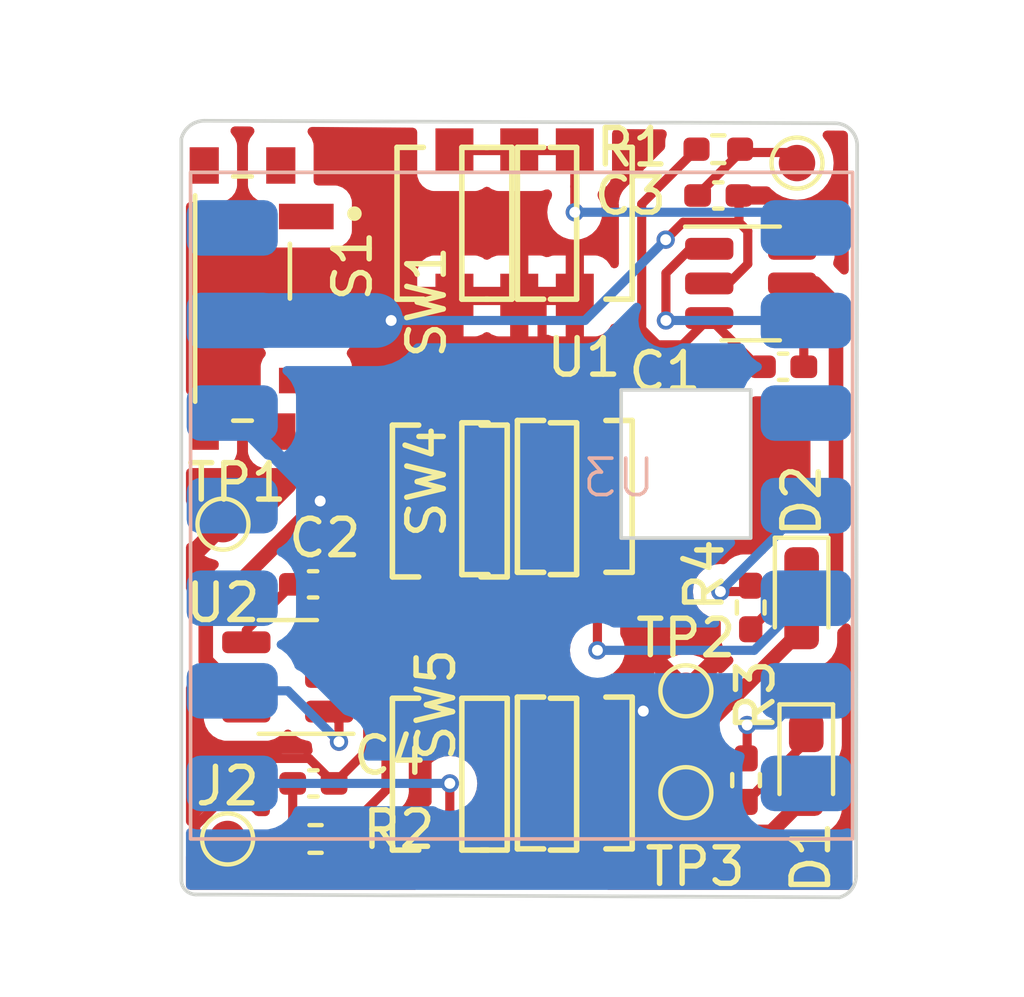
<source format=kicad_pcb>
(kicad_pcb (version 20221018) (generator pcbnew)
  (layers (0 "F.Cu" signal) (31 "B.Cu" signal) (34 "B.Paste" user) (35 "F.Paste" user) (36 "B.SilkS" user "B.Silkscreen") (37 "F.SilkS" user "F.Silkscreen") (38 "B.Mask" user) (39 "F.Mask" user) (44 "Edge.Cuts" user))
  (net 0 "")
  (net 1 "Net-(U2-SNSK)")
  (net 2 "Net-(U2-SNS)")
  (net 3 "Net-(J1-Pin_1)")
  (net 4 "GND")
  (net 5 "Net-(U1-SNSK)")
  (net 6 "Net-(U1-SNS)")
  (net 7 "/but1")
  (net 8 "/but2")
  (net 9 "/mouse_act")
  (net 10 "VDD")
  (net 11 "/keyb_act")
  (net 14 "Net-(J2-Pin_1)")
  (net 18 "/but3")
  (net 24 "/led")
  (net 25 "Net-(D1-K)")
  (net 26 "Net-(D2-K)")
  (net 27 "/led1")
  (footprint "TestPoint:TestPoint_Pad_D1.0mm" (layer "F.Cu") (at 103.886 53.848)
    (fp_text reference "TP1" (at 0.381 -1.143) (layer "F.SilkS"))
    (fp_text value "TestPoint")
    (fp_circle (center 0 0) (end 0 0.7) (stroke (width 0.12)) (fill none) (layer "F.SilkS"))
    (pad "1" smd circle (at 0 0) (size 1 1) (layers "F.Cu" "F.Mask") (net 4 "GND"))
  )
  (footprint "push3x4.5:SW_F160QG_EWI" (layer "F.Cu") (at 112.014 60.706 90)
    (fp_text reference "SW5" (at 1.905 -2.286 90 unlocked) (layer "F.SilkS"))
    (fp_text value "TL1015AF160QG")
    (fp_line (start -2.0828 -1.5748) (end -2.0828 -0.85344) (stroke (width 0.1524)) (layer "F.SilkS"))
    (fp_line (start -2.0828 0.85344) (end -2.0828 1.5748) (stroke (width 0.1524)) (layer "F.SilkS"))
    (fp_line (start -2.0828 1.5748) (end 2.0828 1.5748) (stroke (width 0.1524)) (layer "F.SilkS"))
    (fp_line (start 2.0828 -1.5748) (end -2.0828 -1.5748) (stroke (width 0.1524)) (layer "F.SilkS"))
    (fp_line (start 2.0828 -0.85344) (end 2.0828 -1.5748) (stroke (width 0.1524)) (layer "F.SilkS"))
    (fp_line (start 2.0828 1.5748) (end 2.0828 0.85344) (stroke (width 0.1524)) (layer "F.SilkS"))
    (pad "1" smd rect (at -1.9939 0 90) (size 1.2192 1.0414) (layers "F.Cu" "F.Paste" "F.Mask") (net 18 "/but3"))
    (pad "2" smd rect (at 1.9939 0 90) (size 1.2192 1.0414) (layers "F.Cu" "F.Paste" "F.Mask") (net 4 "GND"))
  )
  (footprint "Capacitor_SMD:C_0402_1005Metric_Pad0.74x0.62mm_HandSolder" (layer "F.Cu") (at 106.3585 55.499 180)
    (fp_text reference "C2" (at -0.3215 1.27) (layer "F.SilkS"))
    (fp_text value "Cs")
    (fp_line (start -0.115835 -0.36) (end 0.115835 -0.36) (stroke (width 0.12)) (layer "F.SilkS"))
    (fp_line (start -0.115835 0.36) (end 0.115835 0.36) (stroke (width 0.12)) (layer "F.SilkS"))
    (pad "1" smd roundrect (at -0.5675 0 180) (size 0.735 0.62) (layers "F.Cu" "F.Paste" "F.Mask") (net 1 "Net-(U2-SNSK)"))
    (pad "2" smd roundrect (at 0.5675 0 180) (size 0.735 0.62) (layers "F.Cu" "F.Paste" "F.Mask") (net 2 "Net-(U2-SNS)"))
  )
  (footprint "Capacitor_SMD:C_0402_1005Metric_Pad0.74x0.62mm_HandSolder" (layer "F.Cu") (at 106.3665 60.96)
    (fp_text reference "C4" (at 2.0915 -0.762) (layer "F.SilkS"))
    (fp_text value "Cx")
    (fp_line (start -0.115835 -0.36) (end 0.115835 -0.36) (stroke (width 0.12)) (layer "F.SilkS"))
    (fp_line (start -0.115835 0.36) (end 0.115835 0.36) (stroke (width 0.12)) (layer "F.SilkS"))
    (pad "1" smd roundrect (at -0.5675 0) (size 0.735 0.62) (layers "F.Cu" "F.Paste" "F.Mask") (net 14 "Net-(J2-Pin_1)"))
    (pad "2" smd roundrect (at 0.5675 0) (size 0.735 0.62) (layers "F.Cu" "F.Paste" "F.Mask") (net 4 "GND"))
  )
  (footprint "push3x4.5:SW_F160QG_EWI" (layer "F.Cu") (at 110.236 45.593 -90)
    (fp_text reference "SW3" hide)
    (fp_text value "TL1015AF160QG")
    (fp_line (start -2.0828 -1.5748) (end -2.0828 -0.85344) (stroke (width 0.1524)) (layer "F.SilkS"))
    (fp_line (start -2.0828 0.85344) (end -2.0828 1.5748) (stroke (width 0.1524)) (layer "F.SilkS"))
    (fp_line (start -2.0828 1.5748) (end 2.0828 1.5748) (stroke (width 0.1524)) (layer "F.SilkS"))
    (fp_line (start 2.0828 -1.5748) (end -2.0828 -1.5748) (stroke (width 0.1524)) (layer "F.SilkS"))
    (fp_line (start 2.0828 -0.85344) (end 2.0828 -1.5748) (stroke (width 0.1524)) (layer "F.SilkS"))
    (fp_line (start 2.0828 1.5748) (end 2.0828 0.85344) (stroke (width 0.1524)) (layer "F.SilkS"))
    (pad "1" smd rect (at -1.9939 0 270) (size 1.2192 1.0414) (layers "F.Cu" "F.Paste" "F.Mask") (net 7 "/but1"))
    (pad "2" smd rect (at 1.9939 0 270) (size 1.2192 1.0414) (layers "F.Cu" "F.Paste" "F.Mask") (net 4 "GND"))
  )
  (footprint "push3x4.5:SW_F160QG_EWI" (layer "F.Cu") (at 112.014 53.1495 90)
    (fp_text reference "SW4" (at 0.4699 -2.54 90 unlocked) (layer "F.SilkS"))
    (fp_text value "TL1015AF160QG")
    (fp_line (start -2.0828 -1.5748) (end -2.0828 -0.85344) (stroke (width 0.1524)) (layer "F.SilkS"))
    (fp_line (start -2.0828 0.85344) (end -2.0828 1.5748) (stroke (width 0.1524)) (layer "F.SilkS"))
    (fp_line (start -2.0828 1.5748) (end 2.0828 1.5748) (stroke (width 0.1524)) (layer "F.SilkS"))
    (fp_line (start 2.0828 -1.5748) (end -2.0828 -1.5748) (stroke (width 0.1524)) (layer "F.SilkS"))
    (fp_line (start 2.0828 -0.85344) (end 2.0828 -1.5748) (stroke (width 0.1524)) (layer "F.SilkS"))
    (fp_line (start 2.0828 1.5748) (end 2.0828 0.85344) (stroke (width 0.1524)) (layer "F.SilkS"))
    (pad "1" smd rect (at -1.9939 0 90) (size 1.2192 1.0414) (layers "F.Cu" "F.Paste" "F.Mask") (net 8 "/but2"))
    (pad "2" smd rect (at 1.9939 0 90) (size 1.2192 1.0414) (layers "F.Cu" "F.Paste" "F.Mask") (net 4 "GND"))
  )
  (footprint "push3x4.5:SW_F160QG_EWI" (layer "F.Cu") (at 112.014 45.593 -90)
    (fp_text reference "SW1" (at 2.159 2.54 -270 unlocked) (layer "F.SilkS"))
    (fp_text value "TL1015AF160QG")
    (fp_line (start -2.0828 -1.5748) (end -2.0828 -0.85344) (stroke (width 0.1524)) (layer "F.SilkS"))
    (fp_line (start -2.0828 0.85344) (end -2.0828 1.5748) (stroke (width 0.1524)) (layer "F.SilkS"))
    (fp_line (start -2.0828 1.5748) (end 2.0828 1.5748) (stroke (width 0.1524)) (layer "F.SilkS"))
    (fp_line (start 2.0828 -1.5748) (end -2.0828 -1.5748) (stroke (width 0.1524)) (layer "F.SilkS"))
    (fp_line (start 2.0828 -0.85344) (end 2.0828 -1.5748) (stroke (width 0.1524)) (layer "F.SilkS"))
    (fp_line (start 2.0828 1.5748) (end 2.0828 0.85344) (stroke (width 0.1524)) (layer "F.SilkS"))
    (pad "1" smd rect (at -1.9939 0 270) (size 1.2192 1.0414) (layers "F.Cu" "F.Paste" "F.Mask") (net 7 "/but1"))
    (pad "2" smd rect (at 1.9939 0 270) (size 1.2192 1.0414) (layers "F.Cu" "F.Paste" "F.Mask") (net 4 "GND"))
  )
  (footprint "TestPoint:TestPoint_Pad_D1.0mm" (layer "F.Cu") (at 119.634 43.942)
    (fp_text reference "J1" hide)
    (fp_text value "Conn_01x01_Pin")
    (fp_circle (center 0 0) (end 0 0.7) (stroke (width 0.12)) (fill none) (layer "F.SilkS"))
    (pad "1" smd circle (at 0 0) (size 1 1) (layers "F.Cu" "F.Mask") (net 3 "Net-(J1-Pin_1)"))
  )
  (footprint "TestPoint:TestPoint_Pad_D1.0mm" (layer "F.Cu") (at 116.586 58.42)
    (fp_text reference "TP2" (at 0 -1.448) (layer "F.SilkS"))
    (fp_text value "TestPoint")
    (fp_circle (center 0 0) (end 0 0.7) (stroke (width 0.12)) (fill none) (layer "F.SilkS"))
    (pad "1" smd circle (at 0 0) (size 1 1) (layers "F.Cu" "F.Mask") (net 4 "GND"))
  )
  (footprint "push3x4.5:SW_F160QG_EWI" (layer "F.Cu") (at 113.538 53.086 90)
    (fp_text reference "SW6" hide)
    (fp_text value "TL1015AF160QG")
    (fp_line (start -2.0828 -1.5748) (end -2.0828 -0.85344) (stroke (width 0.1524)) (layer "F.SilkS"))
    (fp_line (start -2.0828 0.85344) (end -2.0828 1.5748) (stroke (width 0.1524)) (layer "F.SilkS"))
    (fp_line (start -2.0828 1.5748) (end 2.0828 1.5748) (stroke (width 0.1524)) (layer "F.SilkS"))
    (fp_line (start 2.0828 -1.5748) (end -2.0828 -1.5748) (stroke (width 0.1524)) (layer "F.SilkS"))
    (fp_line (start 2.0828 -0.85344) (end 2.0828 -1.5748) (stroke (width 0.1524)) (layer "F.SilkS"))
    (fp_line (start 2.0828 1.5748) (end 2.0828 0.85344) (stroke (width 0.1524)) (layer "F.SilkS"))
    (pad "1" smd rect (at -1.9939 0 90) (size 1.2192 1.0414) (layers "F.Cu" "F.Paste" "F.Mask") (net 8 "/but2"))
    (pad "2" smd rect (at 1.9939 0 90) (size 1.2192 1.0414) (layers "F.Cu" "F.Paste" "F.Mask") (net 4 "GND"))
  )
  (footprint "push3x4.5:SW_F160QG_EWI" (layer "F.Cu") (at 113.538 60.674 90)
    (fp_text reference "SW7" hide)
    (fp_text value "TL1015AF160QG")
    (fp_line (start -2.0828 -1.5748) (end -2.0828 -0.85344) (stroke (width 0.1524)) (layer "F.SilkS"))
    (fp_line (start -2.0828 0.85344) (end -2.0828 1.5748) (stroke (width 0.1524)) (layer "F.SilkS"))
    (fp_line (start -2.0828 1.5748) (end 2.0828 1.5748) (stroke (width 0.1524)) (layer "F.SilkS"))
    (fp_line (start 2.0828 -1.5748) (end -2.0828 -1.5748) (stroke (width 0.1524)) (layer "F.SilkS"))
    (fp_line (start 2.0828 -0.85344) (end 2.0828 -1.5748) (stroke (width 0.1524)) (layer "F.SilkS"))
    (fp_line (start 2.0828 1.5748) (end 2.0828 0.85344) (stroke (width 0.1524)) (layer "F.SilkS"))
    (pad "1" smd rect (at -1.9939 0 90) (size 1.2192 1.0414) (layers "F.Cu" "F.Paste" "F.Mask") (net 18 "/but3"))
    (pad "2" smd rect (at 1.9939 0 90) (size 1.2192 1.0414) (layers "F.Cu" "F.Paste" "F.Mask") (net 4 "GND"))
  )
  (footprint "Package_TO_SOT_SMD:SOT-23-6" (layer "F.Cu") (at 118.364 47.244)
    (fp_text reference "U1" (at -4.572 2.032) (layer "F.SilkS"))
    (fp_text value "AT42QT1011-TSHR")
    (fp_line (start 0 -1.56) (end -1.8 -1.56) (stroke (width 0.12)) (layer "F.SilkS"))
    (fp_line (start 0 -1.56) (end 0.8 -1.56) (stroke (width 0.12)) (layer "F.SilkS"))
    (fp_line (start 0 1.56) (end -0.8 1.56) (stroke (width 0.12)) (layer "F.SilkS"))
    (fp_line (start 0 1.56) (end 0.8 1.56) (stroke (width 0.12)) (layer "F.SilkS"))
    (pad "1" smd roundrect (at -1.1375 -0.95) (size 1.325 0.6) (layers "F.Cu" "F.Paste" "F.Mask") (net 9 "/mouse_act"))
    (pad "2" smd roundrect (at -1.1375 0) (size 1.325 0.6) (layers "F.Cu" "F.Paste" "F.Mask") (net 4 "GND"))
    (pad "3" smd roundrect (at -1.1375 0.95) (size 1.325 0.6) (layers "F.Cu" "F.Paste" "F.Mask") (net 5 "Net-(U1-SNSK)"))
    (pad "4" smd roundrect (at 1.1375 0.95) (size 1.325 0.6) (layers "F.Cu" "F.Paste" "F.Mask") (net 6 "Net-(U1-SNS)"))
    (pad "5" smd roundrect (at 1.1375 0) (size 1.325 0.6) (layers "F.Cu" "F.Paste" "F.Mask") (net 10 "VDD"))
    (pad "6" smd roundrect (at 1.1375 -0.95) (size 1.325 0.6) (layers "F.Cu" "F.Paste" "F.Mask"))
  )
  (footprint "Resistor_SMD:R_0402_1005Metric_Pad0.72x0.64mm_HandSolder" (layer "F.Cu") (at 118.364 56.134 90)
    (fp_text reference "R4" (at 0.889 -1.27 90) (layer "F.SilkS"))
    (fp_text value "R")
    (fp_line (start -0.167621 -0.38) (end 0.167621 -0.38) (stroke (width 0.12)) (layer "F.SilkS"))
    (fp_line (start -0.167621 0.38) (end 0.167621 0.38) (stroke (width 0.12)) (layer "F.SilkS"))
    (pad "1" smd roundrect (at -0.5975 0 90) (size 0.715 0.64) (layers "F.Cu" "F.Paste" "F.Mask") (net 26 "Net-(D2-K)"))
    (pad "2" smd roundrect (at 0.5975 0 90) (size 0.715 0.64) (layers "F.Cu" "F.Paste" "F.Mask") (net 27 "/led1"))
  )
  (footprint "Resistor_SMD:R_0402_1005Metric_Pad0.72x0.64mm_HandSolder" (layer "F.Cu") (at 106.426 62.484 180)
    (fp_text reference "R2" (at -2.286 0.254) (layer "F.SilkS"))
    (fp_text value "Rs")
    (fp_line (start -0.167621 -0.38) (end 0.167621 -0.38) (stroke (width 0.12)) (layer "F.SilkS"))
    (fp_line (start -0.167621 0.38) (end 0.167621 0.38) (stroke (width 0.12)) (layer "F.SilkS"))
    (pad "1" smd roundrect (at -0.5975 0 180) (size 0.715 0.64) (layers "F.Cu" "F.Paste" "F.Mask") (net 1 "Net-(U2-SNSK)"))
    (pad "2" smd roundrect (at 0.5975 0 180) (size 0.715 0.64) (layers "F.Cu" "F.Paste" "F.Mask") (net 14 "Net-(J2-Pin_1)"))
  )
  (footprint "Capacitor_SMD:C_0402_1005Metric_Pad0.74x0.62mm_HandSolder" (layer "F.Cu") (at 119.253 49.53)
    (fp_text reference "C1" (at -3.2425 0.127) (layer "F.SilkS"))
    (fp_text value "Cs")
    (fp_line (start -0.115835 -0.36) (end 0.115835 -0.36) (stroke (width 0.12)) (layer "F.SilkS"))
    (fp_line (start -0.115835 0.36) (end 0.115835 0.36) (stroke (width 0.12)) (layer "F.SilkS"))
    (pad "1" smd roundrect (at -0.5675 0) (size 0.735 0.62) (layers "F.Cu" "F.Paste" "F.Mask") (net 5 "Net-(U1-SNSK)"))
    (pad "2" smd roundrect (at 0.5675 0) (size 0.735 0.62) (layers "F.Cu" "F.Paste" "F.Mask") (net 6 "Net-(U1-SNS)"))
  )
  (footprint "TestPoint:TestPoint_Pad_D1.0mm" (layer "F.Cu") (at 104.013 62.484)
    (fp_text reference "J2" (at 0 -1.448) (layer "F.SilkS"))
    (fp_text value "Conn_01x01_Pin")
    (fp_circle (center 0 0) (end 0 0.7) (stroke (width 0.12)) (fill none) (layer "F.SilkS"))
    (pad "1" smd circle (at 0 0) (size 1 1) (layers "F.Cu" "F.Mask") (net 14 "Net-(J2-Pin_1)"))
  )
  (footprint "Capacitor_SMD:C_0402_1005Metric_Pad0.74x0.62mm_HandSolder" (layer "F.Cu") (at 117.475 44.831)
    (fp_text reference "C3" (at -2.413 0) (layer "F.SilkS"))
    (fp_text value "Cx")
    (fp_line (start -0.115835 -0.36) (end 0.115835 -0.36) (stroke (width 0.12)) (layer "F.SilkS"))
    (fp_line (start -0.115835 0.36) (end 0.115835 0.36) (stroke (width 0.12)) (layer "F.SilkS"))
    (pad "1" smd roundrect (at -0.5675 0) (size 0.735 0.62) (layers "F.Cu" "F.Paste" "F.Mask") (net 3 "Net-(J1-Pin_1)"))
    (pad "2" smd roundrect (at 0.5675 0) (size 0.735 0.62) (layers "F.Cu" "F.Paste" "F.Mask") (net 4 "GND"))
  )
  (footprint "push3x4.5:SW_F160QG_EWI" (layer "F.Cu") (at 110.109 53.213 90)
    (fp_text reference "SW8" hide)
    (fp_text value "TL1015AF160QG")
    (fp_line (start -2.0828 -1.5748) (end -2.0828 -0.85344) (stroke (width 0.1524)) (layer "F.SilkS"))
    (fp_line (start -2.0828 0.85344) (end -2.0828 1.5748) (stroke (width 0.1524)) (layer "F.SilkS"))
    (fp_line (start -2.0828 1.5748) (end 2.0828 1.5748) (stroke (width 0.1524)) (layer "F.SilkS"))
    (fp_line (start 2.0828 -1.5748) (end -2.0828 -1.5748) (stroke (width 0.1524)) (layer "F.SilkS"))
    (fp_line (start 2.0828 -0.85344) (end 2.0828 -1.5748) (stroke (width 0.1524)) (layer "F.SilkS"))
    (fp_line (start 2.0828 1.5748) (end 2.0828 0.85344) (stroke (width 0.1524)) (layer "F.SilkS"))
    (pad "1" smd rect (at -1.9939 0 90) (size 1.2192 1.0414) (layers "F.Cu" "F.Paste" "F.Mask") (net 8 "/but2"))
    (pad "2" smd rect (at 1.9939 0 90) (size 1.2192 1.0414) (layers "F.Cu" "F.Paste" "F.Mask") (net 4 "GND"))
  )
  (footprint "push3x4.5:SW_F160QG_EWI" (layer "F.Cu") (at 113.538 45.593 -90)
    (fp_text reference "SW2" hide)
    (fp_text value "TL1015AF160QG")
    (fp_line (start -2.0828 -1.5748) (end -2.0828 -0.85344) (stroke (width 0.1524)) (layer "F.SilkS"))
    (fp_line (start -2.0828 0.85344) (end -2.0828 1.5748) (stroke (width 0.1524)) (layer "F.SilkS"))
    (fp_line (start -2.0828 1.5748) (end 2.0828 1.5748) (stroke (width 0.1524)) (layer "F.SilkS"))
    (fp_line (start 2.0828 -1.5748) (end -2.0828 -1.5748) (stroke (width 0.1524)) (layer "F.SilkS"))
    (fp_line (start 2.0828 -0.85344) (end 2.0828 -1.5748) (stroke (width 0.1524)) (layer "F.SilkS"))
    (fp_line (start 2.0828 1.5748) (end 2.0828 0.85344) (stroke (width 0.1524)) (layer "F.SilkS"))
    (pad "1" smd rect (at -1.9939 0 270) (size 1.2192 1.0414) (layers "F.Cu" "F.Paste" "F.Mask") (net 7 "/but1"))
    (pad "2" smd rect (at 1.9939 0 270) (size 1.2192 1.0414) (layers "F.Cu" "F.Paste" "F.Mask") (net 4 "GND"))
  )
  (footprint "seeed:SW_EG1215AA_no_hold" (layer "F.Cu") (at 104.422 47.658 -90)
    (fp_text reference "S1" (at -0.901 -3.02 90) (layer "F.SilkS"))
    (fp_text value "EG1215AA")
    (fp_line (start -3.35 -0.254) (end -3.35 0.254) (stroke (width 0.127)) (layer "F.SilkS"))
    (fp_line (start -2.83 1.3) (end 2.83 1.3) (stroke (width 0.127)) (layer "F.SilkS"))
    (fp_line (start -1.5 -1.3) (end 0 -1.3) (stroke (width 0.127)) (layer "F.SilkS"))
    (fp_line (start 3.35 -0.254) (end 3.35 0.254) (stroke (width 0.127)) (layer "F.SilkS"))
    (fp_circle (center -2.329 -3.071) (end -2.229 -3.071) (stroke (width 0.2)) (fill none) (layer "F.SilkS"))
    (pad "1" smd rect (at -2.25 -1.75 270) (size 0.7 1.5) (layers "F.Cu" "F.Paste" "F.Mask"))
    (pad "2" smd rect (at 0.75 -1.75 270) (size 0.7 1.5) (layers "F.Cu" "F.Paste" "F.Mask"))
    (pad "3" smd rect (at 2.25 -1.75 270) (size 0.7 1.5) (layers "F.Cu" "F.Paste" "F.Mask"))
    (pad "S1" smd rect (at -3.65 -1.05 270) (size 1 0.8) (layers "F.Cu" "F.Paste" "F.Mask"))
    (pad "S2" smd rect (at -3.65 1.05 270) (size 1 0.8) (layers "F.Cu" "F.Paste" "F.Mask"))
    (pad "S3" smd rect (at 3.65 1.05 270) (size 1 0.8) (layers "F.Cu" "F.Paste" "F.Mask"))
    (pad "S4" smd rect (at 3.65 -1.05 270) (size 1 0.8) (layers "F.Cu" "F.Paste" "F.Mask"))
  )
  (footprint "LED_SMD:LED_0603_1608Metric_Pad1.05x0.95mm_HandSolder" (layer "F.Cu") (at 119.888 60.452 -90)
    (fp_text reference "D1" (at 2.54 -0.127 90) (layer "F.SilkS"))
    (fp_text value "LED")
    (fp_line (start -1.66 -0.735) (end -1.66 0.735) (stroke (width 0.12)) (layer "F.SilkS"))
    (fp_line (start -1.66 0.735) (end 0.8 0.735) (stroke (width 0.12)) (layer "F.SilkS"))
    (fp_line (start 0.8 -0.735) (end -1.66 -0.735) (stroke (width 0.12)) (layer "F.SilkS"))
    (pad "1" smd roundrect (at -0.875 0 270) (size 1.05 0.95) (layers "F.Cu" "F.Paste" "F.Mask") (net 25 "Net-(D1-K)"))
    (pad "2" smd roundrect (at 0.875 0 270) (size 1.05 0.95) (layers "F.Cu" "F.Paste" "F.Mask") (net 10 "VDD"))
  )
  (footprint "TestPoint:TestPoint_Pad_D1.0mm" (layer "F.Cu") (at 116.586 61.214)
    (fp_text reference "TP3" (at 0.254 2.032) (layer "F.SilkS"))
    (fp_text value "TestPoint")
    (fp_circle (center 0 0) (end 0 0.7) (stroke (width 0.12)) (fill none) (layer "F.SilkS"))
    (pad "1" smd circle (at 0 0) (size 1 1) (layers "F.Cu" "F.Mask") (net 10 "VDD"))
  )
  (footprint "Package_TO_SOT_SMD:SOT-23-6" (layer "F.Cu") (at 105.664 58.039 180)
    (fp_text reference "U2" (at 1.778 2.032) (layer "F.SilkS"))
    (fp_text value "AT42QT1011-TSHR")
    (fp_line (start 0 -1.56) (end -1.8 -1.56) (stroke (width 0.12)) (layer "F.SilkS"))
    (fp_line (start 0 -1.56) (end 0.8 -1.56) (stroke (width 0.12)) (layer "F.SilkS"))
    (fp_line (start 0 1.56) (end -0.8 1.56) (stroke (width 0.12)) (layer "F.SilkS"))
    (fp_line (start 0 1.56) (end 0.8 1.56) (stroke (width 0.12)) (layer "F.SilkS"))
    (pad "1" smd roundrect (at -1.1375 -0.95 180) (size 1.325 0.6) (layers "F.Cu" "F.Paste" "F.Mask") (net 11 "/keyb_act"))
    (pad "2" smd roundrect (at -1.1375 0 180) (size 1.325 0.6) (layers "F.Cu" "F.Paste" "F.Mask") (net 4 "GND"))
    (pad "3" smd roundrect (at -1.1375 0.95 180) (size 1.325 0.6) (layers "F.Cu" "F.Paste" "F.Mask") (net 1 "Net-(U2-SNSK)"))
    (pad "4" smd roundrect (at 1.1375 0.95 180) (size 1.325 0.6) (layers "F.Cu" "F.Paste" "F.Mask") (net 2 "Net-(U2-SNS)"))
    (pad "5" smd roundrect (at 1.1375 0 180) (size 1.325 0.6) (layers "F.Cu" "F.Paste" "F.Mask") (net 10 "VDD"))
    (pad "6" smd roundrect (at 1.1375 -0.95 180) (size 1.325 0.6) (layers "F.Cu" "F.Paste" "F.Mask"))
  )
  (footprint "Resistor_SMD:R_0402_1005Metric_Pad0.72x0.64mm_HandSolder" (layer "F.Cu") (at 118.237 60.8705 90)
    (fp_text reference "R3" (at 2.3235 0.254 90) (layer "F.SilkS"))
    (fp_text value "R")
    (fp_line (start -0.167621 -0.38) (end 0.167621 -0.38) (stroke (width 0.12)) (layer "F.SilkS"))
    (fp_line (start -0.167621 0.38) (end 0.167621 0.38) (stroke (width 0.12)) (layer "F.SilkS"))
    (pad "1" smd roundrect (at -0.5975 0 90) (size 0.715 0.64) (layers "F.Cu" "F.Paste" "F.Mask") (net 25 "Net-(D1-K)"))
    (pad "2" smd roundrect (at 0.5975 0 90) (size 0.715 0.64) (layers "F.Cu" "F.Paste" "F.Mask") (net 24 "/led"))
  )
  (footprint "LED_SMD:LED_0603_1608Metric_Pad1.05x0.95mm_HandSolder" (layer "F.Cu") (at 119.761 55.88 -90)
    (fp_text reference "D2" (at -2.681 0 90) (layer "F.SilkS"))
    (fp_text value "LED")
    (fp_line (start -1.66 -0.735) (end -1.66 0.735) (stroke (width 0.12)) (layer "F.SilkS"))
    (fp_line (start -1.66 0.735) (end 0.8 0.735) (stroke (width 0.12)) (layer "F.SilkS"))
    (fp_line (start 0.8 -0.735) (end -1.66 -0.735) (stroke (width 0.12)) (layer "F.SilkS"))
    (pad "1" smd roundrect (at -0.875 0 270) (size 1.05 0.95) (layers "F.Cu" "F.Paste" "F.Mask") (net 26 "Net-(D2-K)"))
    (pad "2" smd roundrect (at 0.875 0 270) (size 1.05 0.95) (layers "F.Cu" "F.Paste" "F.Mask") (net 10 "VDD"))
  )
  (footprint "Resistor_SMD:R_0402_1005Metric_Pad0.72x0.64mm_HandSolder" (layer "F.Cu") (at 117.475 43.561)
    (fp_text reference "R1" (at -2.3622 -0.0508) (layer "F.SilkS"))
    (fp_text value "Rs")
    (fp_line (start -0.167621 -0.38) (end 0.167621 -0.38) (stroke (width 0.12)) (layer "F.SilkS"))
    (fp_line (start -0.167621 0.38) (end 0.167621 0.38) (stroke (width 0.12)) (layer "F.SilkS"))
    (pad "1" smd roundrect (at -0.5975 0) (size 0.715 0.64) (layers "F.Cu" "F.Paste" "F.Mask") (net 5 "Net-(U1-SNSK)"))
    (pad "2" smd roundrect (at 0.5975 0) (size 0.715 0.64) (layers "F.Cu" "F.Paste" "F.Mask") (net 3 "Net-(J1-Pin_1)"))
  )
  (footprint "push3x4.5:SW_F160QG_EWI" (layer "F.Cu") (at 110.109 60.706 90)
    (fp_text reference "SW9" hide)
    (fp_text value "TL1015AF160QG")
    (fp_line (start -2.0828 -1.5748) (end -2.0828 -0.85344) (stroke (width 0.1524)) (layer "F.SilkS"))
    (fp_line (start -2.0828 0.85344) (end -2.0828 1.5748) (stroke (width 0.1524)) (layer "F.SilkS"))
    (fp_line (start -2.0828 1.5748) (end 2.0828 1.5748) (stroke (width 0.1524)) (layer "F.SilkS"))
    (fp_line (start 2.0828 -1.5748) (end -2.0828 -1.5748) (stroke (width 0.1524)) (layer "F.SilkS"))
    (fp_line (start 2.0828 -0.85344) (end 2.0828 -1.5748) (stroke (width 0.1524)) (layer "F.SilkS"))
    (fp_line (start 2.0828 1.5748) (end 2.0828 0.85344) (stroke (width 0.1524)) (layer "F.SilkS"))
    (pad "1" smd rect (at -1.9939 0 90) (size 1.2192 1.0414) (layers "F.Cu" "F.Paste" "F.Mask") (net 18 "/but3"))
    (pad "2" smd rect (at 1.9939 0 90) (size 1.2192 1.0414) (layers "F.Cu" "F.Paste" "F.Mask") (net 4 "GND"))
  )
  (footprint "seeed:Seeed Xiao_actual_size" (layer "B.Cu") (at 118.11 45.72 180)
    (fp_text reference "U3" (at 3.3655 -6.858 unlocked) (layer "B.SilkS") (effects (font (thickness 0.1)) (justify mirror)))
    (fp_text value "Xiao")
    (fp_rect (start -3.048 1.524) (end 15.113 -16.764) (stroke (width 0.1)) (fill none) (layer "B.SilkS"))
    (pad "1" smd roundrect (at -1.778 0 180) (size 2.5 1.524) (layers "B.Cu" "B.Paste" "B.Mask") (net 7 "/but1"))
    (pad "2" smd roundrect (at -1.778 -2.54 180) (size 2.5 1.524) (layers "B.Cu" "B.Paste" "B.Mask") (net 9 "/mouse_act"))
    (pad "3" smd roundrect (at -1.778 -5.08 180) (size 2.5 1.524) (layers "B.Cu" "B.Paste" "B.Mask"))
    (pad "4" smd roundrect (at -1.778 -7.62 180) (size 2.5 1.524) (layers "B.Cu" "B.Paste" "B.Mask") (net 27 "/led1"))
    (pad "5" smd roundrect (at -1.778 -10.16 180) (size 2.5 1.524) (layers "B.Cu" "B.Paste" "B.Mask") (net 8 "/but2"))
    (pad "6" smd roundrect (at -1.778 -12.7 180) (size 2.5 1.524) (layers "B.Cu" "B.Paste" "B.Mask") (net 24 "/led"))
    (pad "7" smd roundrect (at -1.778 -15.24 180) (size 2.5 1.524) (layers "B.Cu" "B.Paste" "B.Mask"))
    (pad "8" smd roundrect (at 13.97 -15.24 180) (size 2.5 1.524) (layers "B.Cu" "B.Paste" "B.Mask") (net 18 "/but3"))
    (pad "9" smd roundrect (at 13.97 -12.7 180) (size 2.5 1.524) (layers "B.Cu" "B.Paste" "B.Mask") (net 11 "/keyb_act"))
    (pad "10" smd roundrect (at 13.97 -10.16 180) (size 2.5 1.524) (layers "B.Cu" "B.Paste" "B.Mask"))
    (pad "11" smd roundrect (at 13.97 -7.62 180) (size 2.5 1.524) (layers "B.Cu" "B.Paste" "B.Mask"))
    (pad "12" smd roundrect (at 13.97 -5.08 180) (size 2.5 1.524) (layers "B.Cu" "B.Paste" "B.Mask") (net 10 "VDD"))
    (pad "13" smd roundrect (at 13.97 -2.54 180) (size 2.5 1.524) (layers "B.Cu" "B.Paste" "B.Mask") (net 4 "GND"))
    (pad "14" smd roundrect (at 13.97 0 180) (size 2.5 1.524) (layers "B.Cu" "B.Paste" "B.Mask"))
  )
  (gr_line (start 120.6754 42.8498) (end 103.378 42.780969) (stroke (width 0.1)) (layer "Edge.Cuts"))
  (gr_line (start 121.253751 63.5) (end 121.285 43.4594) (stroke (width 0.1)) (layer "Edge.Cuts"))
  (gr_rect (start 114.808 50.165) (end 118.364 54.229) (stroke (width 0.1)) (fill none) (layer "Edge.Cuts"))
  (gr_arc (start 120.6754 42.8498) (mid 121.106452 43.028348) (end 121.285 43.4594) (stroke (width 0.1)) (layer "Edge.Cuts"))
  (gr_line (start 102.743001 43.2816) (end 102.743 63.6016) (stroke (width 0.1)) (layer "Edge.Cuts"))
  (gr_arc (start 103.1494 64.008) (mid 102.862032 63.888968) (end 102.743 63.6016) (stroke (width 0.1)) (layer "Edge.Cuts"))
  (gr_arc (start 121.253751 63.5) (mid 121.12588 63.871555) (end 120.796432 64.085724) (stroke (width 0.1)) (layer "Edge.Cuts"))
  (gr_line (start 103.1494 64.008) (end 120.796432 64.085724) (stroke (width 0.1)) (layer "Edge.Cuts"))
  (gr_arc (start 102.743001 43.2816) (mid 102.973693 42.921179) (end 103.378 42.780969) (stroke (width 0.1)) (layer "Edge.Cuts"))
  (segment (start 106.926 57.089) (end 106.926 55.499) (width 0.25) (layer "F.Cu") (net 1))
  (segment (start 107.0235 62.484) (end 108.3577 61.1498) (width 0.25) (layer "F.Cu") (net 1))
  (segment (start 106.926 57.089) (end 106.8015 57.089) (width 0.25) (layer "F.Cu") (net 1))
  (segment (start 107.3457 57.089) (end 106.926 57.089) (width 0.25) (layer "F.Cu") (net 1))
  (segment (start 108.3577 61.1498) (end 108.3577 58.101) (width 0.25) (layer "F.Cu") (net 1))
  (segment (start 108.3577 58.101) (end 107.3457 57.089) (width 0.25) (layer "F.Cu") (net 1))
  (segment (start 104.5265 57.089) (end 104.5265 56.7635) (width 0.25) (layer "F.Cu") (net 2))
  (segment (start 104.5265 56.7635) (end 105.791 55.499) (width 0.25) (layer "F.Cu") (net 2))
  (segment (start 119.3438 43.6518) (end 119.634 43.942) (width 0.25) (layer "F.Cu") (net 3))
  (segment (start 116.9075 44.831) (end 116.9075 44.8168) (width 0.25) (layer "F.Cu") (net 3))
  (segment (start 118.0725 43.6518) (end 119.3438 43.6518) (width 0.25) (layer "F.Cu") (net 3))
  (segment (start 118.0725 43.6518) (end 118.0725 43.561) (width 0.25) (layer "F.Cu") (net 3))
  (segment (start 116.9075 44.8168) (end 118.0725 43.6518) (width 0.25) (layer "F.Cu") (net 3))
  (segment (start 116.5071 45.5675) (end 116.031 46.0436) (width 0.25) (layer "F.Cu") (net 4))
  (segment (start 117.7511 47.244) (end 118.2836 46.7115) (width 0.25) (layer "F.Cu") (net 4))
  (segment (start 112.6404 58.6801) (end 112.6084 58.7121) (width 0.25) (layer "F.Cu") (net 4))
  (segment (start 109.2114 58.7121) (end 109.2114 54.4412) (width 0.25) (layer "F.Cu") (net 4))
  (segment (start 109.1915 48.26) (end 110.109 49.1775) (width 0.25) (layer "F.Cu") (net 4))
  (segment (start 118.0425 45.5675) (end 118.0425 44.831) (width 0.25) (layer "F.Cu") (net 4))
  (segment (start 107.8558 58.5385) (end 107.8558 60.0382) (width 0.25) (layer "F.Cu") (net 4))
  (segment (start 107.569 63.373) (end 109.484 61.458) (width 0.25) (layer "F.Cu") (net 4))
  (segment (start 109.3384 47.7416) (end 109.3384 47.5869) (width 0.25) (layer "F.Cu") (net 4))
  (segment (start 118.2836 46.7115) (end 118.2836 45.8086) (width 0.25) (layer "F.Cu") (net 4))
  (segment (start 107.8558 60.0382) (end 106.934 60.96) (width 0.25) (layer "F.Cu") (net 4))
  (segment (start 109.2114 54.4412) (end 109.4322 54.2204) (width 0.25) (layer "F.Cu") (net 4))
  (segment (start 117.2265 47.244) (end 117.7511 47.244) (width 0.25) (layer "F.Cu") (net 4))
  (segment (start 112.6404 47.5869) (end 113.538 47.5869) (width 0.25) (layer "F.Cu") (net 4))
  (segment (start 112.014 51.1556) (end 112.5769 51.1556) (width 0.25) (layer "F.Cu") (net 4))
  (segment (start 112.6084 58.7121) (end 112.014 58.7121) (width 0.25) (layer "F.Cu") (net 4))
  (segment (start 116.5149 58.3489) (end 114.7668 58.3489) (width 0.25) (layer "F.Cu") (net 4))
  (segment (start 109.484 59.3371) (end 110.109 58.7121) (width 0.25) (layer "F.Cu") (net 4))
  (segment (start 104.984563 60.275) (end 103.138 62.121563) (width 0.25) (layer "F.Cu") (net 4))
  (segment (start 113.0892 51.8142) (end 113.0892 51.0921) (width 0.25) (layer "F.Cu") (net 4))
  (segment (start 108.82 49.4095) (end 108.82 48.26) (width 0.25) (layer "F.Cu") (net 4))
  (segment (start 118.0425 45.5675) (end 116.5071 45.5675) (width 0.25) (layer "F.Cu") (net 4))
  (segment (start 112.5769 51.1556) (end 112.6404 51.0921) (width 0.25) (layer "F.Cu") (net 4))
  (segment (start 109.4322 54.2204) (end 110.683 54.2204) (width 0.25) (layer "F.Cu") (net 4))
  (segment locked (start 108.077 48.26) (end 109.563 48.26) (width 1.5) (layer "F.Cu") (net 4))
  (segment (start 108.82 48.26) (end 109.3384 47.7416) (width 0.25) (layer "F.Cu") (net 4))
  (segment (start 104.3815 53.848) (end 108.82 49.4095) (width 0.25) (layer "F.Cu") (net 4))
  (segment (start 103.886 53.848) (end 104.3815 53.848) (width 0.25) (layer "F.Cu") (net 4))
  (segment (start 110.109 58.7121) (end 109.2114 58.7121) (width 0.25) (layer "F.Cu") (net 4))
  (segment (start 113.538 58.6801) (end 114.4356 58.6801) (width 0.25) (layer "F.Cu") (net 4))
  (segment (start 116.586 58.42) (end 116.5149 58.3489) (width 0.25) (layer "F.Cu") (net 4))
  (segment (start 112.6404 47.5869) (end 112.6404 51.0921) (width 0.25) (layer "F.Cu") (net 4))
  (segment (start 118.2836 45.8086) (end 118.0425 45.5675) (width 0.25) (layer "F.Cu") (net 4))
  (segment (start 114.7668 58.3489) (end 114.4356 58.6801) (width 0.25) (layer "F.Cu") (net 4))
  (segment (start 110.236 47.5869) (end 109.3384 47.5869) (width 0.25) (layer "F.Cu") (net 4))
  (segment (start 112.014 47.5869) (end 110.236 47.5869) (width 0.25) (layer "F.Cu") (net 4))
  (segment (start 103.664563 63.373) (end 107.569 63.373) (width 0.25) (layer "F.Cu") (net 4))
  (segment (start 109.484 61.458) (end 109.484 59.3371) (width 0.25) (layer "F.Cu") (net 4))
  (segment (start 113.538 58.6801) (end 112.6404 58.6801) (width 0.25) (layer "F.Cu") (net 4))
  (segment (start 113.538 51.0921) (end 113.0892 51.0921) (width 0.25) (layer "F.Cu") (net 4))
  (segment (start 106.934 60.96) (end 106.249 60.275) (width 0.25) (layer "F.Cu") (net 4))
  (segment (start 106.249 60.275) (end 104.984563 60.275) (width 0.25) (layer "F.Cu") (net 4))
  (segment (start 103.138 62.121563) (end 103.138 62.846437) (width 0.25) (layer "F.Cu") (net 4))
  (segment (start 110.109 49.1775) (end 110.109 51.2191) (width 0.25) (layer "F.Cu") (net 4))
  (segment (start 103.138 62.846437) (end 103.664563 63.373) (width 0.25) (layer "F.Cu") (net 4))
  (segment (start 113.0892 51.0921) (end 112.6404 51.0921) (width 0.25) (layer "F.Cu") (net 4))
  (segment (start 106.8015 58.039) (end 107.3563 58.039) (width 0.25) (layer "F.Cu") (net 4))
  (segment (start 110.683 54.2204) (end 113.0892 51.8142) (width 0.25) (layer "F.Cu") (net 4))
  (segment (start 112.6404 47.5869) (end 112.014 47.5869) (width 0.25) (layer "F.Cu") (net 4))
  (segment (start 107.3563 58.039) (end 107.8558 58.5385) (width 0.25) (layer "F.Cu") (net 4))
  (segment (start 112.014 58.7121) (end 110.109 58.7121) (width 0.25) (layer "F.Cu") (net 4))
  (via (at 108.5 48.26) (size 0.5) (drill 0.3) (layers "F.Cu" "B.Cu") (net 4))
  (via (at 116.031 46.0436) (size 0.5) (drill 0.3) (layers "F.Cu" "B.Cu") (net 4))
  (segment (start 108.077 48.26) (end 108.5 48.26) (width 0.25) (layer "B.Cu") (net 4))
  (segment (start 108.5 48.26) (end 113.8146 48.26) (width 0.25) (layer "B.Cu") (net 4))
  (segment locked (start 104.14 48.26) (end 108.077 48.26) (width 1.5) (layer "B.Cu") (net 4))
  (segment (start 113.8146 48.26) (end 116.031 46.0436) (width 0.25) (layer "B.Cu") (net 4))
  (segment (start 117.2265 48.194) (end 118.5625 49.53) (width 0.25) (layer "F.Cu") (net 5))
  (segment (start 115.3736 45.0649) (end 116.8775 43.561) (width 0.25) (layer "F.Cu") (net 5))
  (segment (start 115.3736 48.4952) (end 115.3736 45.0649) (width 0.25) (layer "F.Cu") (net 5))
  (segment (start 117.2265 48.194) (end 116.4923 48.9282) (width 0.25) (layer "F.Cu") (net 5))
  (segment (start 116.4923 48.9282) (end 115.8066 48.9282) (width 0.25) (layer "F.Cu") (net 5))
  (segment (start 115.8066 48.9282) (end 115.3736 48.4952) (width 0.25) (layer "F.Cu") (net 5))
  (segment (start 118.5625 49.53) (end 118.6855 49.53) (width 0.25) (layer "F.Cu") (net 5))
  (segment (start 119.8205 48.513) (end 119.8205 49.53) (width 0.25) (layer "F.Cu") (net 6))
  (segment (start 119.5015 48.194) (end 119.8205 48.513) (width 0.25) (layer "F.Cu") (net 6))
  (segment (start 113.538 44.5856) (end 113.538 45.2912) (width 0.25) (layer "F.Cu") (net 7))
  (segment (start 112.014 43.5991) (end 110.236 43.5991) (width 0.25) (layer "F.Cu") (net 7))
  (segment (start 113.538 43.5991) (end 113.538 44.5856) (width 0.25) (layer "F.Cu") (net 7))
  (segment (start 113.538 43.5991) (end 112.014 43.5991) (width 0.25) (layer "F.Cu") (net 7))
  (via (at 113.538 45.2912) (size 0.5) (drill 0.3) (layers "F.Cu" "B.Cu") (net 7))
  (segment (start 119.4592 45.2912) (end 113.538 45.2912) (width 0.25) (layer "B.Cu") (net 7))
  (segment (start 119.888 45.72) (end 119.4592 45.2912) (width 0.25) (layer "B.Cu") (net 7))
  (segment (start 114.1584 55.7003) (end 113.538 55.0799) (width 0.25) (layer "F.Cu") (net 8))
  (segment (start 112.014 55.1434) (end 111.1164 55.1434) (width 0.25) (layer "F.Cu") (net 8))
  (segment (start 113.538 55.0799) (end 112.6404 55.0799) (width 0.25) (layer "F.Cu") (net 8))
  (segment (start 110.109 55.2069) (end 110.5578 55.2069) (width 0.25) (layer "F.Cu") (net 8))
  (segment (start 112.5769 55.1434) (end 112.014 55.1434) (width 0.25) (layer "F.Cu") (net 8))
  (segment (start 110.5578 55.2069) (end 111.0529 55.2069) (width 0.25) (layer "F.Cu") (net 8))
  (segment (start 111.0529 55.2069) (end 111.1164 55.1434) (width 0.25) (layer "F.Cu") (net 8))
  (segment (start 114.1584 57.3091) (end 114.1584 55.7003) (width 0.25) (layer "F.Cu") (net 8))
  (segment (start 112.6404 55.0799) (end 112.5769 55.1434) (width 0.25) (layer "F.Cu") (net 8))
  (via (at 114.1584 57.3091) (size 0.5) (drill 0.3) (layers "F.Cu" "B.Cu") (net 8))
  (segment (start 118.4589 57.3091) (end 114.1584 57.3091) (width 0.25) (layer "B.Cu") (net 8))
  (segment (start 119.888 55.88) (end 118.4589 57.3091) (width 0.25) (layer "B.Cu") (net 8))
  (segment (start 116.7058 46.294) (end 116.0381 46.9617) (width 0.25) (layer "F.Cu") (net 9))
  (segment (start 117.2265 46.294) (end 116.7058 46.294) (width 0.25) (layer "F.Cu") (net 9))
  (segment (start 116.0381 46.9617) (end 116.0381 48.26) (width 0.25) (layer "F.Cu") (net 9))
  (via (at 116.0381 48.26) (size 0.5) (drill 0.3) (layers "F.Cu" "B.Cu") (net 9))
  (segment (start 119.888 48.26) (end 116.0381 48.26) (width 0.25) (layer "B.Cu") (net 9))
  (segment (start 119.761 56.755) (end 120.7043 55.8117) (width 0.4) (layer "F.Cu") (net 10))
  (segment (start 120.7043 47.8194) (end 120.1289 47.244) (width 0.4) (layer "F.Cu") (net 10))
  (segment (start 103.414 56.352) (end 106.553 53.213) (width 0.4) (layer "F.Cu") (net 10))
  (segment (start 103.414 57.588999) (end 103.414 56.352) (width 0.4) (layer "F.Cu") (net 10))
  (segment (start 117.1244 61.6178) (end 117.1244 61.214) (width 0.4) (layer "F.Cu") (net 10))
  (segment (start 117.1244 61.214) (end 117.1244 59.3916) (width 0.4) (layer "F.Cu") (net 10))
  (segment (start 117.7974 62.2908) (end 117.1244 61.6178) (width 0.4) (layer "F.Cu") (net 10))
  (segment (start 116.586 61.214) (end 117.1244 61.214) (width 0.4) (layer "F.Cu") (net 10))
  (segment (start 115.4168 58.9758) (end 115.4168 60.0448) (width 0.4) (layer "F.Cu") (net 10))
  (segment (start 117.1244 59.3916) (end 119.761 56.755) (width 0.4) (layer "F.Cu") (net 10))
  (segment (start 104.5265 58.039) (end 103.864001 58.039) (width 0.4) (layer "F.Cu") (net 10))
  (segment (start 115.4168 60.0448) (end 116.586 61.214) (width 0.4) (layer "F.Cu") (net 10))
  (segment (start 103.864001 58.039) (end 103.414 57.588999) (width 0.4) (layer "F.Cu") (net 10))
  (segment (start 120.1289 47.244) (end 119.5015 47.244) (width 0.4) (layer "F.Cu") (net 10))
  (segment (start 118.9242 62.2908) (end 117.7974 62.2908) (width 0.4) (layer "F.Cu") (net 10))
  (segment (start 119.888 61.327) (end 118.9242 62.2908) (width 0.4) (layer "F.Cu") (net 10))
  (segment (start 120.7043 55.8117) (end 120.7043 47.8194) (width 0.4) (layer "F.Cu") (net 10))
  (via (at 115.4168 58.9758) (size 0.5) (drill 0.3) (layers "F.Cu" "B.Cu") (net 10))
  (via (at 106.553 53.213) (size 0.5) (drill 0.3) (layers "F.Cu" "B.Cu") (net 10))
  (segment (start 104.14 50.8) (end 106.553 53.213) (width 0.4) (layer "B.Cu") (net 10))
  (segment (start 112.3158 58.9758) (end 115.4168 58.9758) (width 0.4) (layer "B.Cu") (net 10))
  (segment (start 106.553 53.213) (end 112.3158 58.9758) (width 0.4) (layer "B.Cu") (net 10))
  (segment (start 106.8015 58.989) (end 107.0688 59.2563) (width 0.25) (layer "F.Cu") (net 11))
  (segment (start 107.0688 59.2563) (end 107.0688 59.8174) (width 0.25) (layer "F.Cu") (net 11))
  (via (at 107.0688 59.8174) (size 0.5) (drill 0.3) (layers "F.Cu" "B.Cu") (net 11))
  (segment (start 105.6714 58.42) (end 107.0688 59.8174) (width 0.25) (layer "B.Cu") (net 11))
  (segment (start 104.14 58.42) (end 105.6714 58.42) (width 0.25) (layer "B.Cu") (net 11))
  (segment (start 105.7695 62.484) (end 105.799 62.4545) (width 0.25) (layer "F.Cu") (net 14))
  (segment (start 104.013 62.484) (end 105.7695 62.484) (width 0.25) (layer "F.Cu") (net 14))
  (segment (start 105.8285 62.484) (end 105.799 62.4545) (width 0.25) (layer "F.Cu") (net 14))
  (segment (start 105.799 62.4545) (end 105.799 60.96) (width 0.25) (layer "F.Cu") (net 14))
  (segment (start 113.538 62.6679) (end 112.6404 62.6679) (width 0.25) (layer "F.Cu") (net 18))
  (segment (start 110.109 62.6999) (end 110.109 61.7134) (width 0.25) (layer "F.Cu") (net 18))
  (segment (start 112.6084 62.6999) (end 112.014 62.6999) (width 0.25) (layer "F.Cu") (net 18))
  (segment (start 110.109 61.7134) (end 110.109 60.96) (width 0.25) (layer "F.Cu") (net 18))
  (segment (start 112.6404 62.6679) (end 112.6084 62.6999) (width 0.25) (layer "F.Cu") (net 18))
  (segment (start 112.014 62.6999) (end 110.109 62.6999) (width 0.25) (layer "F.Cu") (net 18))
  (via (at 110.109 60.96) (size 0.5) (drill 0.3) (layers "F.Cu" "B.Cu") (net 18))
  (segment (start 104.14 60.96) (end 110.109 60.96) (width 0.25) (layer "B.Cu") (net 18))
  (segment (start 118.2663 60.2437) (end 118.2663 59.3577) (width 0.25) (layer "F.Cu") (net 24))
  (segment (start 118.237 60.273) (end 118.2663 60.2437) (width 0.25) (layer "F.Cu") (net 24))
  (via (at 118.2663 59.3577) (size 0.5) (drill 0.3) (layers "F.Cu" "B.Cu") (net 24))
  (segment (start 118.9503 59.3577) (end 119.888 58.42) (width 0.25) (layer "B.Cu") (net 24))
  (segment (start 118.2663 59.3577) (end 118.9503 59.3577) (width 0.25) (layer "B.Cu") (net 24))
  (segment (start 119.888 59.817) (end 118.237 61.468) (width 0.25) (layer "F.Cu") (net 25))
  (segment (start 119.888 59.577) (end 119.888 59.817) (width 0.25) (layer "F.Cu") (net 25))
  (segment (start 119.761 55.3345) (end 119.761 55.005) (width 0.25) (layer "F.Cu") (net 26))
  (segment (start 118.364 56.7315) (end 119.761 55.3345) (width 0.25) (layer "F.Cu") (net 26))
  (segment (start 118.364 55.5365) (end 118.2042 55.6963) (width 0.25) (layer "F.Cu") (net 27))
  (segment (start 118.2042 55.6963) (end 117.5317 55.6963) (width 0.25) (layer "F.Cu") (net 27))
  (via (at 117.5317 55.6963) (size 0.5) (drill 0.3) (layers "F.Cu" "B.Cu") (net 27))
  (segment (start 119.888 53.34) (end 117.5317 55.6963) (width 0.25) (layer "B.Cu") (net 27))
  (zone (net 4) (net_name "GND") (layer "F.Cu") (connect_pads (clearance 0.5)) (min_thickness 0.25) (fill yes (thermal_gap 0.5) (thermal_bridge_width 0.5))
    (polygon (pts (xy 121.158 63.881) (xy 121.031 43.053) (xy 102.87 42.926) (xy 102.87 63.881)))
  )
  (zone (net 10) (net_name "VDD") (layer "B.Cu") (priority 1) (connect_pads (clearance 0.5)) (min_thickness 0.25) (fill yes (thermal_gap 0.5) (thermal_bridge_width 0.5))
    (polygon (pts (xy 121.158 63.881) (xy 121.031 43.053) (xy 102.87 42.926) (xy 102.87 63.881)))
  )
)
</source>
